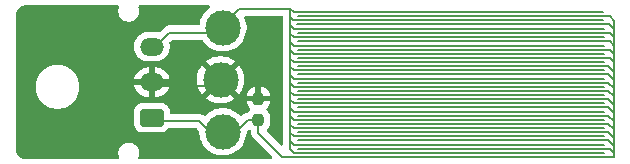
<source format=gbr>
%TF.GenerationSoftware,KiCad,Pcbnew,9.0.0*%
%TF.CreationDate,2025-03-23T00:29:21-05:00*%
%TF.ProjectId,LeakDetectionSensorV1,4c65616b-4465-4746-9563-74696f6e5365,rev?*%
%TF.SameCoordinates,Original*%
%TF.FileFunction,Copper,L1,Top*%
%TF.FilePolarity,Positive*%
%FSLAX46Y46*%
G04 Gerber Fmt 4.6, Leading zero omitted, Abs format (unit mm)*
G04 Created by KiCad (PCBNEW 9.0.0) date 2025-03-23 00:29:21*
%MOMM*%
%LPD*%
G01*
G04 APERTURE LIST*
G04 Aperture macros list*
%AMRoundRect*
0 Rectangle with rounded corners*
0 $1 Rounding radius*
0 $2 $3 $4 $5 $6 $7 $8 $9 X,Y pos of 4 corners*
0 Add a 4 corners polygon primitive as box body*
4,1,4,$2,$3,$4,$5,$6,$7,$8,$9,$2,$3,0*
0 Add four circle primitives for the rounded corners*
1,1,$1+$1,$2,$3*
1,1,$1+$1,$4,$5*
1,1,$1+$1,$6,$7*
1,1,$1+$1,$8,$9*
0 Add four rect primitives between the rounded corners*
20,1,$1+$1,$2,$3,$4,$5,0*
20,1,$1+$1,$4,$5,$6,$7,0*
20,1,$1+$1,$6,$7,$8,$9,0*
20,1,$1+$1,$8,$9,$2,$3,0*%
G04 Aperture macros list end*
%TA.AperFunction,ComponentPad*%
%ADD10C,3.000000*%
%TD*%
%TA.AperFunction,ComponentPad*%
%ADD11RoundRect,0.250001X0.759999X-0.499999X0.759999X0.499999X-0.759999X0.499999X-0.759999X-0.499999X0*%
%TD*%
%TA.AperFunction,ComponentPad*%
%ADD12O,2.020000X1.500000*%
%TD*%
%TA.AperFunction,SMDPad,CuDef*%
%ADD13RoundRect,0.237500X-0.237500X0.250000X-0.237500X-0.250000X0.237500X-0.250000X0.237500X0.250000X0*%
%TD*%
%TA.AperFunction,Conductor*%
%ADD14C,0.200000*%
%TD*%
G04 APERTURE END LIST*
D10*
%TO.P,3V3,1,1*%
%TO.N,+3V3*%
X138800000Y-95000000D03*
%TD*%
%TO.P,GND,1,1*%
%TO.N,GND*%
X139000000Y-90600000D03*
%TD*%
%TO.P,SENS,1,1*%
%TO.N,Net-(J1-Pin_1)*%
X139000000Y-99400000D03*
%TD*%
D11*
%TO.P,J1,1,Pin_1*%
%TO.N,Net-(J1-Pin_1)*%
X132985000Y-98200000D03*
D12*
%TO.P,J1,2,Pin_2*%
%TO.N,+3V3*%
X132985000Y-95200000D03*
%TO.P,J1,3,Pin_3*%
%TO.N,GND*%
X132985000Y-92200000D03*
%TD*%
D13*
%TO.P,R1,1*%
%TO.N,+3V3*%
X142000000Y-96587500D03*
%TO.P,R1,2*%
%TO.N,Net-(J1-Pin_1)*%
X142000000Y-98412500D03*
%TD*%
D14*
%TO.N,GND*%
X171205000Y-89960000D02*
X144960000Y-89960000D01*
X145000000Y-96300000D02*
X144700000Y-96000000D01*
X144700000Y-99500000D02*
X144700000Y-98800000D01*
X145000000Y-93500000D02*
X144700000Y-93200000D01*
X145000000Y-89300000D02*
X144700000Y-89000000D01*
X145000000Y-95600000D02*
X144700000Y-95300000D01*
X144700000Y-91100000D02*
X144700000Y-90400000D01*
X144700000Y-89700000D02*
X144700000Y-89300000D01*
X144700000Y-96000000D02*
X144700000Y-95300000D01*
X171245000Y-96300000D02*
X145000000Y-96300000D01*
X144700000Y-95300000D02*
X144700000Y-94600000D01*
X134460000Y-91000000D02*
X132960000Y-92500000D01*
X144700000Y-97400000D02*
X144700000Y-96700000D01*
X144700000Y-100200000D02*
X144700000Y-99500000D01*
X145000000Y-97700000D02*
X144700000Y-97400000D01*
X145000000Y-94900000D02*
X144700000Y-94600000D01*
X144700000Y-98100000D02*
X144700000Y-97400000D01*
X144700000Y-91800000D02*
X144700000Y-91100000D01*
X144700000Y-94600000D02*
X144700000Y-93900000D01*
X171245000Y-92800000D02*
X145000000Y-92800000D01*
X138400000Y-91000000D02*
X134460000Y-91000000D01*
X171245000Y-97700000D02*
X145000000Y-97700000D01*
X171245000Y-101200000D02*
X145000000Y-101200000D01*
X171245000Y-100500000D02*
X145000000Y-100500000D01*
X145000000Y-94200000D02*
X144700000Y-93900000D01*
X139000000Y-90400000D02*
X138400000Y-91000000D01*
X144700000Y-96700000D02*
X144700000Y-96000000D01*
X145000000Y-91400000D02*
X144700000Y-91100000D01*
X140400000Y-89000000D02*
X139000000Y-90400000D01*
X171245000Y-90700000D02*
X145000000Y-90700000D01*
X171245000Y-94200000D02*
X145000000Y-94200000D01*
X145000000Y-101200000D02*
X144700000Y-100900000D01*
X171245000Y-91400000D02*
X145000000Y-91400000D01*
X171200000Y-89300000D02*
X145000000Y-89300000D01*
X144700000Y-98800000D02*
X144700000Y-98100000D01*
X144700000Y-89300000D02*
X144700000Y-89000000D01*
X171245000Y-95600000D02*
X145000000Y-95600000D01*
X139000000Y-90400000D02*
X139000000Y-90600000D01*
X145000000Y-90700000D02*
X144700000Y-90400000D01*
X144700000Y-90400000D02*
X144700000Y-89700000D01*
X145000000Y-98400000D02*
X144700000Y-98100000D01*
X145000000Y-92100000D02*
X144700000Y-91800000D01*
X171245000Y-99800000D02*
X145000000Y-99800000D01*
X144700000Y-92500000D02*
X144700000Y-91800000D01*
X145000000Y-97000000D02*
X144700000Y-96700000D01*
X171245000Y-93500000D02*
X145000000Y-93500000D01*
X145000000Y-92800000D02*
X144700000Y-92500000D01*
X171245000Y-98400000D02*
X145000000Y-98400000D01*
X171245000Y-92100000D02*
X145000000Y-92100000D01*
X144700000Y-100900000D02*
X144700000Y-100200000D01*
X145000000Y-99100000D02*
X144700000Y-98800000D01*
X171245000Y-97000000D02*
X145000000Y-97000000D01*
X171245000Y-99100000D02*
X145000000Y-99100000D01*
X144700000Y-89000000D02*
X140400000Y-89000000D01*
X171245000Y-94900000D02*
X145000000Y-94900000D01*
X144700000Y-93900000D02*
X144700000Y-93200000D01*
X145000000Y-100500000D02*
X144700000Y-100200000D01*
X145000000Y-99800000D02*
X144700000Y-99500000D01*
X144700000Y-93200000D02*
X144700000Y-92500000D01*
X144960000Y-89960000D02*
X144700000Y-89700000D01*
%TO.N,+3V3*%
X132960000Y-95500000D02*
X138950000Y-95500000D01*
X138950000Y-95500000D02*
X139000000Y-95450000D01*
X140137500Y-96587500D02*
X139000000Y-95450000D01*
X142000000Y-96587500D02*
X140137500Y-96587500D01*
%TO.N,Net-(J1-Pin_1)*%
X145340000Y-95240000D02*
X171640000Y-95240000D01*
X145340000Y-93140000D02*
X171740000Y-93140000D01*
X142000000Y-98412500D02*
X142000000Y-99500000D01*
X172100000Y-92100000D02*
X172100000Y-91400000D01*
X145340000Y-92440000D02*
X171740000Y-92440000D01*
X137000000Y-98500000D02*
X132960000Y-98500000D01*
X171740000Y-91040000D02*
X172100000Y-91400000D01*
X172100000Y-95700000D02*
X172100000Y-95000000D01*
X172100000Y-97100000D02*
X172100000Y-96400000D01*
X171740000Y-92440000D02*
X172100000Y-92800000D01*
X172100000Y-101200000D02*
X172100000Y-100600000D01*
X172100000Y-91400000D02*
X172100000Y-90700000D01*
X171640000Y-97340000D02*
X172100000Y-97800000D01*
X145300000Y-90300000D02*
X171700000Y-90300000D01*
X145340000Y-98740000D02*
X171640000Y-98740000D01*
X172100000Y-95000000D02*
X172100000Y-94300000D01*
X145340000Y-91040000D02*
X171740000Y-91040000D01*
X171740000Y-91740000D02*
X172100000Y-92100000D01*
X144001000Y-101501000D02*
X172099000Y-101501000D01*
X172100000Y-92800000D02*
X172100000Y-92100000D01*
X145340000Y-94540000D02*
X171640000Y-94540000D01*
X145340000Y-96640000D02*
X171640000Y-96640000D01*
X172100000Y-94300000D02*
X172100000Y-93500000D01*
X172100000Y-101500000D02*
X172100000Y-101200000D01*
X172100000Y-93500000D02*
X172100000Y-92800000D01*
X145340000Y-100840000D02*
X171740000Y-100840000D01*
X172100000Y-98500000D02*
X172100000Y-97800000D01*
X172100000Y-97800000D02*
X172100000Y-97100000D01*
X171640000Y-100140000D02*
X172100000Y-100600000D01*
X171640000Y-95240000D02*
X172100000Y-95700000D01*
X145340000Y-98040000D02*
X171640000Y-98040000D01*
X139000000Y-100500000D02*
X141087500Y-98412500D01*
X142000000Y-99500000D02*
X144001000Y-101501000D01*
X171758225Y-89640000D02*
X145340000Y-89640000D01*
X145340000Y-93840000D02*
X171640000Y-93840000D01*
X172100000Y-100600000D02*
X172100000Y-99900000D01*
X171740000Y-100840000D02*
X172100000Y-101200000D01*
X172100000Y-89981775D02*
X171758225Y-89640000D01*
X172100000Y-99900000D02*
X172100000Y-99200000D01*
X145340000Y-97340000D02*
X171640000Y-97340000D01*
X171640000Y-98740000D02*
X172100000Y-99200000D01*
X171640000Y-95940000D02*
X172100000Y-96400000D01*
X171640000Y-94540000D02*
X172100000Y-95000000D01*
X141087500Y-98412500D02*
X142000000Y-98412500D01*
X145340000Y-100140000D02*
X171640000Y-100140000D01*
X171740000Y-93140000D02*
X172100000Y-93500000D01*
X172100000Y-90700000D02*
X172100000Y-89981775D01*
X172100000Y-99200000D02*
X172100000Y-98500000D01*
X171640000Y-93840000D02*
X172100000Y-94300000D01*
X145340000Y-95940000D02*
X171640000Y-95940000D01*
X145340000Y-99440000D02*
X171640000Y-99440000D01*
X172100000Y-96400000D02*
X172100000Y-95700000D01*
X139000000Y-100500000D02*
X137000000Y-98500000D01*
X171640000Y-98040000D02*
X172100000Y-98500000D01*
X145340000Y-91740000D02*
X171740000Y-91740000D01*
X171700000Y-90300000D02*
X172100000Y-90700000D01*
X171640000Y-96640000D02*
X172100000Y-97100000D01*
X171640000Y-99440000D02*
X172100000Y-99900000D01*
X172099000Y-101501000D02*
X172100000Y-101500000D01*
%TD*%
%TA.AperFunction,Conductor*%
%TO.N,+3V3*%
G36*
X130154901Y-88720185D02*
G01*
X130200656Y-88772989D01*
X130210600Y-88842147D01*
X130202423Y-88871953D01*
X130173529Y-88941708D01*
X130173527Y-88941716D01*
X130139500Y-89112781D01*
X130139500Y-89287218D01*
X130173527Y-89458283D01*
X130173529Y-89458291D01*
X130240278Y-89619439D01*
X130240283Y-89619448D01*
X130337186Y-89764473D01*
X130337189Y-89764477D01*
X130460522Y-89887810D01*
X130460526Y-89887813D01*
X130605551Y-89984716D01*
X130605557Y-89984719D01*
X130605558Y-89984720D01*
X130766709Y-90051471D01*
X130937781Y-90085499D01*
X130937785Y-90085500D01*
X130937786Y-90085500D01*
X131112215Y-90085500D01*
X131112216Y-90085499D01*
X131283291Y-90051471D01*
X131444442Y-89984720D01*
X131589474Y-89887813D01*
X131712813Y-89764474D01*
X131809720Y-89619442D01*
X131876471Y-89458291D01*
X131910500Y-89287214D01*
X131910500Y-89112786D01*
X131876471Y-88941709D01*
X131847576Y-88871952D01*
X131840108Y-88802483D01*
X131871383Y-88740004D01*
X131931472Y-88704352D01*
X131962138Y-88700500D01*
X137826256Y-88700500D01*
X137893295Y-88720185D01*
X137939050Y-88772989D01*
X137948994Y-88842147D01*
X137919969Y-88905703D01*
X137889565Y-88930805D01*
X137889574Y-88930819D01*
X137889441Y-88930907D01*
X137888254Y-88931888D01*
X137886197Y-88933075D01*
X137678148Y-89092718D01*
X137492718Y-89278148D01*
X137333075Y-89486196D01*
X137201958Y-89713299D01*
X137201953Y-89713309D01*
X137101605Y-89955571D01*
X137101602Y-89955581D01*
X137033729Y-90208885D01*
X137022829Y-90291685D01*
X136994562Y-90355582D01*
X136936238Y-90394053D01*
X136899890Y-90399500D01*
X134380940Y-90399500D01*
X134340019Y-90410464D01*
X134340019Y-90410465D01*
X134302751Y-90420451D01*
X134228214Y-90440423D01*
X134228209Y-90440426D01*
X134091290Y-90519475D01*
X134091282Y-90519481D01*
X133979478Y-90631286D01*
X133661483Y-90949280D01*
X133600160Y-90982765D01*
X133542939Y-90979899D01*
X133542572Y-90981430D01*
X133537826Y-90980291D01*
X133343422Y-90949500D01*
X133343417Y-90949500D01*
X132626583Y-90949500D01*
X132626578Y-90949500D01*
X132432173Y-90980290D01*
X132244970Y-91041117D01*
X132069594Y-91130476D01*
X132002729Y-91179057D01*
X131910354Y-91246172D01*
X131910352Y-91246174D01*
X131910351Y-91246174D01*
X131771174Y-91385351D01*
X131771174Y-91385352D01*
X131771172Y-91385354D01*
X131721485Y-91453741D01*
X131655476Y-91544594D01*
X131566117Y-91719970D01*
X131505290Y-91907173D01*
X131474500Y-92101577D01*
X131474500Y-92298422D01*
X131505290Y-92492826D01*
X131566117Y-92680029D01*
X131655476Y-92855405D01*
X131771172Y-93014646D01*
X131910354Y-93153828D01*
X132069595Y-93269524D01*
X132107935Y-93289059D01*
X132244970Y-93358882D01*
X132244972Y-93358882D01*
X132244975Y-93358884D01*
X132345317Y-93391487D01*
X132432173Y-93419709D01*
X132626578Y-93450500D01*
X132626583Y-93450500D01*
X133343422Y-93450500D01*
X133537826Y-93419709D01*
X133725025Y-93358884D01*
X133900405Y-93269524D01*
X134059646Y-93153828D01*
X134198828Y-93014646D01*
X134314524Y-92855405D01*
X134403884Y-92680025D01*
X134464709Y-92492826D01*
X134479721Y-92398043D01*
X134495500Y-92298422D01*
X134495500Y-92101578D01*
X134481716Y-92014557D01*
X134466026Y-91915491D01*
X134466727Y-91910068D01*
X134464815Y-91904941D01*
X134471156Y-91875788D01*
X134474980Y-91846201D01*
X134478812Y-91840596D01*
X134479667Y-91836668D01*
X134500811Y-91808422D01*
X134672417Y-91636816D01*
X134733740Y-91603334D01*
X134760097Y-91600500D01*
X137196069Y-91600500D01*
X137263108Y-91620185D01*
X137303456Y-91662500D01*
X137333075Y-91713803D01*
X137492718Y-91921851D01*
X137492726Y-91921860D01*
X137678140Y-92107274D01*
X137678148Y-92107281D01*
X137886196Y-92266924D01*
X138113299Y-92398041D01*
X138113309Y-92398046D01*
X138342129Y-92492826D01*
X138355581Y-92498398D01*
X138608884Y-92566270D01*
X138868880Y-92600500D01*
X138868887Y-92600500D01*
X139131113Y-92600500D01*
X139131120Y-92600500D01*
X139391116Y-92566270D01*
X139644419Y-92498398D01*
X139886697Y-92398043D01*
X140113803Y-92266924D01*
X140321851Y-92107282D01*
X140321855Y-92107277D01*
X140321860Y-92107274D01*
X140507274Y-91921860D01*
X140507277Y-91921855D01*
X140507282Y-91921851D01*
X140666924Y-91713803D01*
X140798043Y-91486697D01*
X140898398Y-91244419D01*
X140966270Y-90991116D01*
X141000500Y-90731120D01*
X141000500Y-90468880D01*
X140966270Y-90208884D01*
X140898398Y-89955581D01*
X140876502Y-89902720D01*
X140822337Y-89771953D01*
X140814868Y-89702483D01*
X140846143Y-89640004D01*
X140906232Y-89604352D01*
X140936898Y-89600500D01*
X143975499Y-89600500D01*
X143984184Y-89603050D01*
X143993144Y-89601762D01*
X144017183Y-89612739D01*
X144042538Y-89620185D01*
X144048465Y-89627025D01*
X144056700Y-89630786D01*
X144070989Y-89653020D01*
X144088293Y-89672989D01*
X144090579Y-89683500D01*
X144094476Y-89689563D01*
X144099498Y-89724494D01*
X144099499Y-89724498D01*
X144099499Y-89779057D01*
X144099499Y-89779059D01*
X144099500Y-89789053D01*
X144099500Y-90313330D01*
X144099499Y-90313348D01*
X144099499Y-90489046D01*
X144099500Y-90489059D01*
X144099500Y-91020939D01*
X144099499Y-91020943D01*
X144099499Y-91179057D01*
X144099500Y-91179060D01*
X144099500Y-91713330D01*
X144099499Y-91713348D01*
X144099499Y-91889046D01*
X144099500Y-91889059D01*
X144099500Y-92420939D01*
X144099499Y-92420943D01*
X144099499Y-92579057D01*
X144099500Y-92579060D01*
X144099500Y-93113330D01*
X144099499Y-93113348D01*
X144099499Y-93289046D01*
X144099500Y-93289059D01*
X144099500Y-93820939D01*
X144099499Y-93820943D01*
X144099499Y-93979057D01*
X144099500Y-93979060D01*
X144099500Y-94513330D01*
X144099499Y-94513348D01*
X144099499Y-94689046D01*
X144099500Y-94689059D01*
X144099500Y-95220939D01*
X144099499Y-95220943D01*
X144099499Y-95379057D01*
X144099500Y-95379060D01*
X144099500Y-95913330D01*
X144099499Y-95913348D01*
X144099499Y-96089046D01*
X144099500Y-96089059D01*
X144099500Y-96620939D01*
X144099499Y-96620943D01*
X144099499Y-96779057D01*
X144099500Y-96779060D01*
X144099500Y-97313330D01*
X144099499Y-97313348D01*
X144099499Y-97489046D01*
X144099500Y-97489059D01*
X144099500Y-98020939D01*
X144099499Y-98020943D01*
X144099499Y-98179057D01*
X144099500Y-98179060D01*
X144099500Y-98713330D01*
X144099499Y-98713348D01*
X144099499Y-98889046D01*
X144099500Y-98889059D01*
X144099500Y-99420939D01*
X144099499Y-99420943D01*
X144099499Y-99579057D01*
X144099500Y-99579060D01*
X144099500Y-100113330D01*
X144099499Y-100113348D01*
X144099499Y-100289046D01*
X144099500Y-100289059D01*
X144099500Y-100450903D01*
X144079815Y-100517942D01*
X144027011Y-100563697D01*
X143957853Y-100573641D01*
X143894297Y-100544616D01*
X143887819Y-100538584D01*
X142734143Y-99384908D01*
X142700658Y-99323585D01*
X142705642Y-99253893D01*
X142734139Y-99209550D01*
X142820340Y-99123350D01*
X142910908Y-98976516D01*
X142965174Y-98812753D01*
X142975500Y-98711677D01*
X142975499Y-98113324D01*
X142969197Y-98051635D01*
X142965174Y-98012247D01*
X142910908Y-97848484D01*
X142820340Y-97701650D01*
X142706017Y-97587327D01*
X142672532Y-97526004D01*
X142677516Y-97456312D01*
X142706017Y-97411964D01*
X142819948Y-97298033D01*
X142910448Y-97151311D01*
X142910453Y-97151300D01*
X142964680Y-96987652D01*
X142974999Y-96886654D01*
X142975000Y-96886641D01*
X142975000Y-96837500D01*
X141025001Y-96837500D01*
X141025001Y-96886654D01*
X141035319Y-96987652D01*
X141089546Y-97151300D01*
X141089551Y-97151311D01*
X141180052Y-97298034D01*
X141180055Y-97298038D01*
X141293982Y-97411965D01*
X141296235Y-97416091D01*
X141300187Y-97418643D01*
X141312824Y-97446472D01*
X141327467Y-97473288D01*
X141327131Y-97477978D01*
X141329076Y-97482260D01*
X141324663Y-97512493D01*
X141322483Y-97542980D01*
X141319475Y-97548036D01*
X141318985Y-97551397D01*
X141308601Y-97566318D01*
X141299841Y-97581048D01*
X141297017Y-97584292D01*
X141179660Y-97701650D01*
X141142596Y-97761739D01*
X141135929Y-97769401D01*
X141114707Y-97782975D01*
X141095979Y-97799821D01*
X141084181Y-97802502D01*
X141077071Y-97807050D01*
X141064286Y-97807022D01*
X141042389Y-97811999D01*
X141008443Y-97811999D01*
X140901087Y-97840765D01*
X140855710Y-97852924D01*
X140855709Y-97852925D01*
X140810451Y-97879056D01*
X140810450Y-97879057D01*
X140764617Y-97905518D01*
X140718785Y-97931979D01*
X140718782Y-97931981D01*
X140627630Y-98023134D01*
X140566307Y-98056619D01*
X140496615Y-98051635D01*
X140452268Y-98023134D01*
X140321860Y-97892726D01*
X140321851Y-97892718D01*
X140113803Y-97733075D01*
X139886700Y-97601958D01*
X139886690Y-97601953D01*
X139644428Y-97501605D01*
X139644421Y-97501603D01*
X139644419Y-97501602D01*
X139391116Y-97433730D01*
X139321009Y-97424500D01*
X139131127Y-97399500D01*
X139131120Y-97399500D01*
X138868880Y-97399500D01*
X138868872Y-97399500D01*
X138637772Y-97429926D01*
X138608884Y-97433730D01*
X138402269Y-97489092D01*
X138355581Y-97501602D01*
X138355571Y-97501605D01*
X138113309Y-97601953D01*
X138113299Y-97601958D01*
X137886196Y-97733075D01*
X137678148Y-97892718D01*
X137547732Y-98023134D01*
X137486409Y-98056619D01*
X137416717Y-98051635D01*
X137394285Y-98040576D01*
X137382337Y-98033101D01*
X137368716Y-98019480D01*
X137264960Y-97959577D01*
X137231785Y-97940423D01*
X137231784Y-97940422D01*
X137231783Y-97940422D01*
X137175881Y-97925443D01*
X137079057Y-97899499D01*
X136920943Y-97899499D01*
X136913347Y-97899499D01*
X136913331Y-97899500D01*
X134619500Y-97899500D01*
X134552461Y-97879815D01*
X134506706Y-97827011D01*
X134495500Y-97775500D01*
X134495500Y-97649997D01*
X134495499Y-97649984D01*
X134484999Y-97547204D01*
X134484999Y-97547203D01*
X134429814Y-97380666D01*
X134388291Y-97313348D01*
X134337713Y-97231348D01*
X134337710Y-97231344D01*
X134213655Y-97107289D01*
X134213651Y-97107286D01*
X134064337Y-97015187D01*
X134064335Y-97015186D01*
X133981065Y-96987593D01*
X133897797Y-96960001D01*
X133897795Y-96960000D01*
X133795015Y-96949500D01*
X133795008Y-96949500D01*
X132174992Y-96949500D01*
X132174984Y-96949500D01*
X132072204Y-96960000D01*
X132072203Y-96960001D01*
X131905664Y-97015186D01*
X131905662Y-97015187D01*
X131756348Y-97107286D01*
X131756344Y-97107289D01*
X131632289Y-97231344D01*
X131632286Y-97231348D01*
X131540187Y-97380662D01*
X131540186Y-97380664D01*
X131485001Y-97547203D01*
X131485000Y-97547204D01*
X131474500Y-97649984D01*
X131474500Y-98750015D01*
X131485000Y-98852795D01*
X131485001Y-98852796D01*
X131540186Y-99019335D01*
X131540187Y-99019337D01*
X131632286Y-99168651D01*
X131632289Y-99168655D01*
X131756344Y-99292710D01*
X131756348Y-99292713D01*
X131905662Y-99384812D01*
X131905664Y-99384813D01*
X131905666Y-99384814D01*
X132072203Y-99439999D01*
X132174992Y-99450500D01*
X132174997Y-99450500D01*
X133795003Y-99450500D01*
X133795008Y-99450500D01*
X133897797Y-99439999D01*
X134064334Y-99384814D01*
X134213655Y-99292711D01*
X134337711Y-99168655D01*
X134343417Y-99159403D01*
X134395364Y-99112679D01*
X134448956Y-99100500D01*
X136699903Y-99100500D01*
X136729343Y-99109144D01*
X136759330Y-99115668D01*
X136764345Y-99119422D01*
X136766942Y-99120185D01*
X136787584Y-99136819D01*
X136963181Y-99312416D01*
X136996666Y-99373739D01*
X136999500Y-99400097D01*
X136999500Y-99531127D01*
X137025919Y-99731784D01*
X137033730Y-99791116D01*
X137086375Y-99987590D01*
X137101602Y-100044418D01*
X137101605Y-100044428D01*
X137201953Y-100286690D01*
X137201958Y-100286700D01*
X137333075Y-100513803D01*
X137492718Y-100721851D01*
X137492726Y-100721860D01*
X137678140Y-100907274D01*
X137678148Y-100907281D01*
X137886196Y-101066924D01*
X138113299Y-101198041D01*
X138113309Y-101198046D01*
X138328590Y-101287218D01*
X138355581Y-101298398D01*
X138608884Y-101366270D01*
X138868880Y-101400500D01*
X138868887Y-101400500D01*
X139131113Y-101400500D01*
X139131120Y-101400500D01*
X139391116Y-101366270D01*
X139644419Y-101298398D01*
X139886697Y-101198043D01*
X140113803Y-101066924D01*
X140321851Y-100907282D01*
X140321855Y-100907277D01*
X140321860Y-100907274D01*
X140507274Y-100721860D01*
X140507277Y-100721855D01*
X140507282Y-100721851D01*
X140666924Y-100513803D01*
X140798043Y-100286697D01*
X140898398Y-100044419D01*
X140966270Y-99791116D01*
X141000500Y-99531120D01*
X141000500Y-99400096D01*
X141009144Y-99370655D01*
X141015668Y-99340669D01*
X141019422Y-99335653D01*
X141020185Y-99333057D01*
X141036815Y-99312419D01*
X141115091Y-99234142D01*
X141176414Y-99200658D01*
X141246106Y-99205642D01*
X141290453Y-99234143D01*
X141301650Y-99245340D01*
X141340597Y-99269362D01*
X141347419Y-99276947D01*
X141356703Y-99281187D01*
X141370390Y-99302485D01*
X141387320Y-99321307D01*
X141389964Y-99332943D01*
X141394477Y-99339965D01*
X141399500Y-99374900D01*
X141399500Y-99413330D01*
X141399499Y-99413348D01*
X141399499Y-99579054D01*
X141399498Y-99579054D01*
X141399499Y-99579057D01*
X141440423Y-99731785D01*
X141440424Y-99731786D01*
X141456468Y-99759577D01*
X141456469Y-99759578D01*
X141519475Y-99868709D01*
X141519481Y-99868717D01*
X141638349Y-99987585D01*
X141638355Y-99987590D01*
X143138584Y-101487819D01*
X143172069Y-101549142D01*
X143167085Y-101618834D01*
X143125213Y-101674767D01*
X143059749Y-101699184D01*
X143050903Y-101699500D01*
X131962138Y-101699500D01*
X131895099Y-101679815D01*
X131849344Y-101627011D01*
X131839400Y-101557853D01*
X131847577Y-101528047D01*
X131858213Y-101502369D01*
X131876471Y-101458291D01*
X131910500Y-101287214D01*
X131910500Y-101112786D01*
X131876471Y-100941709D01*
X131809720Y-100780558D01*
X131809719Y-100780557D01*
X131809716Y-100780551D01*
X131712813Y-100635526D01*
X131712810Y-100635522D01*
X131589477Y-100512189D01*
X131589473Y-100512186D01*
X131444448Y-100415283D01*
X131444439Y-100415278D01*
X131283291Y-100348529D01*
X131283283Y-100348527D01*
X131112218Y-100314500D01*
X131112214Y-100314500D01*
X130937786Y-100314500D01*
X130937781Y-100314500D01*
X130766716Y-100348527D01*
X130766708Y-100348529D01*
X130605560Y-100415278D01*
X130605551Y-100415283D01*
X130460526Y-100512186D01*
X130460522Y-100512189D01*
X130337189Y-100635522D01*
X130337186Y-100635526D01*
X130240283Y-100780551D01*
X130240278Y-100780560D01*
X130173529Y-100941708D01*
X130173527Y-100941716D01*
X130139500Y-101112781D01*
X130139500Y-101287218D01*
X130173527Y-101458283D01*
X130173529Y-101458291D01*
X130202423Y-101528047D01*
X130209892Y-101597517D01*
X130178617Y-101659996D01*
X130118528Y-101695648D01*
X130087862Y-101699500D01*
X122206093Y-101699500D01*
X122193939Y-101698903D01*
X122143081Y-101693893D01*
X122075688Y-101687256D01*
X122051848Y-101682514D01*
X121943997Y-101649798D01*
X121921541Y-101640496D01*
X121822150Y-101587370D01*
X121801940Y-101573866D01*
X121714820Y-101502369D01*
X121697630Y-101485179D01*
X121626133Y-101398059D01*
X121612629Y-101377849D01*
X121606440Y-101366270D01*
X121559501Y-101278453D01*
X121550201Y-101256002D01*
X121517483Y-101148145D01*
X121512744Y-101124317D01*
X121501097Y-101006061D01*
X121500500Y-100993907D01*
X121500500Y-95478711D01*
X123149500Y-95478711D01*
X123149500Y-95721288D01*
X123181161Y-95961785D01*
X123243947Y-96196104D01*
X123336773Y-96420205D01*
X123336776Y-96420212D01*
X123458064Y-96630289D01*
X123458066Y-96630292D01*
X123458067Y-96630293D01*
X123605733Y-96822736D01*
X123605739Y-96822743D01*
X123777256Y-96994260D01*
X123777263Y-96994266D01*
X123850549Y-97050500D01*
X123969711Y-97141936D01*
X124179788Y-97263224D01*
X124403900Y-97356054D01*
X124638211Y-97418838D01*
X124818586Y-97442584D01*
X124878711Y-97450500D01*
X124878712Y-97450500D01*
X125121289Y-97450500D01*
X125169388Y-97444167D01*
X125361789Y-97418838D01*
X125596100Y-97356054D01*
X125820212Y-97263224D01*
X126030289Y-97141936D01*
X126222738Y-96994265D01*
X126394265Y-96822738D01*
X126541936Y-96630289D01*
X126663224Y-96420212D01*
X126756054Y-96196100D01*
X126818838Y-95961789D01*
X126850500Y-95721288D01*
X126850500Y-95478712D01*
X126818838Y-95238211D01*
X126756054Y-95003900D01*
X126733728Y-94950000D01*
X131499016Y-94950000D01*
X132540440Y-94950000D01*
X132509755Y-95003147D01*
X132475000Y-95132857D01*
X132475000Y-95267143D01*
X132509755Y-95396853D01*
X132540440Y-95450000D01*
X131499016Y-95450000D01*
X131505781Y-95492716D01*
X131566581Y-95679837D01*
X131655904Y-95855143D01*
X131771555Y-96014321D01*
X131910678Y-96153444D01*
X132069856Y-96269095D01*
X132245164Y-96358418D01*
X132432294Y-96419221D01*
X132626618Y-96450000D01*
X132735000Y-96450000D01*
X132735000Y-95644560D01*
X132788147Y-95675245D01*
X132917857Y-95710000D01*
X133052143Y-95710000D01*
X133181853Y-95675245D01*
X133235000Y-95644560D01*
X133235000Y-96450000D01*
X133343382Y-96450000D01*
X133537705Y-96419221D01*
X133537706Y-96419221D01*
X133553670Y-96414034D01*
X133553671Y-96414034D01*
X133724837Y-96358417D01*
X133900143Y-96269095D01*
X134059321Y-96153444D01*
X134198444Y-96014321D01*
X134314095Y-95855143D01*
X134403418Y-95679837D01*
X134464218Y-95492716D01*
X134470984Y-95450000D01*
X133429560Y-95450000D01*
X133460245Y-95396853D01*
X133495000Y-95267143D01*
X133495000Y-95132857D01*
X133460245Y-95003147D01*
X133429560Y-94950000D01*
X134470984Y-94950000D01*
X134464219Y-94907284D01*
X134462884Y-94903176D01*
X134462883Y-94903175D01*
X134462883Y-94903173D01*
X134451748Y-94868905D01*
X136800000Y-94868905D01*
X136800000Y-95131094D01*
X136834220Y-95391009D01*
X136834222Y-95391020D01*
X136902075Y-95644255D01*
X137002404Y-95886471D01*
X137002409Y-95886482D01*
X137133488Y-96113516D01*
X137133494Y-96113524D01*
X137220080Y-96226365D01*
X138122421Y-95324024D01*
X138135359Y-95355258D01*
X138217437Y-95478097D01*
X138321903Y-95582563D01*
X138444742Y-95664641D01*
X138475974Y-95677577D01*
X137573633Y-96579917D01*
X137573633Y-96579918D01*
X137686475Y-96666505D01*
X137686483Y-96666511D01*
X137913517Y-96797590D01*
X137913528Y-96797595D01*
X138155744Y-96897924D01*
X138408979Y-96965777D01*
X138408990Y-96965779D01*
X138668905Y-96999999D01*
X138668920Y-97000000D01*
X138931080Y-97000000D01*
X138931094Y-96999999D01*
X139191009Y-96965779D01*
X139191020Y-96965777D01*
X139444255Y-96897924D01*
X139686471Y-96797595D01*
X139686482Y-96797590D01*
X139913516Y-96666511D01*
X139913534Y-96666499D01*
X140026365Y-96579919D01*
X140026365Y-96579917D01*
X139734793Y-96288345D01*
X141025000Y-96288345D01*
X141025000Y-96337500D01*
X141750000Y-96337500D01*
X142250000Y-96337500D01*
X142974999Y-96337500D01*
X142974999Y-96288360D01*
X142974998Y-96288345D01*
X142964680Y-96187347D01*
X142910453Y-96023699D01*
X142910448Y-96023688D01*
X142819947Y-95876965D01*
X142819944Y-95876961D01*
X142698038Y-95755055D01*
X142698034Y-95755052D01*
X142551311Y-95664551D01*
X142551300Y-95664546D01*
X142387652Y-95610319D01*
X142286654Y-95600000D01*
X142250000Y-95600000D01*
X142250000Y-96337500D01*
X141750000Y-96337500D01*
X141750000Y-95600000D01*
X141713361Y-95600000D01*
X141713343Y-95600001D01*
X141612347Y-95610319D01*
X141448699Y-95664546D01*
X141448688Y-95664551D01*
X141301965Y-95755052D01*
X141301961Y-95755055D01*
X141180055Y-95876961D01*
X141180052Y-95876965D01*
X141089551Y-96023688D01*
X141089546Y-96023699D01*
X141035319Y-96187347D01*
X141025000Y-96288345D01*
X139734793Y-96288345D01*
X139124025Y-95677578D01*
X139155258Y-95664641D01*
X139278097Y-95582563D01*
X139382563Y-95478097D01*
X139464641Y-95355258D01*
X139477577Y-95324025D01*
X140379917Y-96226365D01*
X140379919Y-96226365D01*
X140392701Y-96209709D01*
X140466499Y-96113534D01*
X140466511Y-96113516D01*
X140597590Y-95886482D01*
X140597595Y-95886471D01*
X140697924Y-95644255D01*
X140765777Y-95391020D01*
X140765779Y-95391009D01*
X140799999Y-95131094D01*
X140800000Y-95131080D01*
X140800000Y-94868919D01*
X140799999Y-94868905D01*
X140765779Y-94608990D01*
X140765777Y-94608979D01*
X140697924Y-94355744D01*
X140597595Y-94113528D01*
X140597590Y-94113517D01*
X140466511Y-93886483D01*
X140466505Y-93886475D01*
X140379918Y-93773633D01*
X140379917Y-93773633D01*
X139477577Y-94675973D01*
X139464641Y-94644742D01*
X139382563Y-94521903D01*
X139278097Y-94417437D01*
X139155258Y-94335359D01*
X139124023Y-94322421D01*
X140026365Y-93420080D01*
X139913524Y-93333494D01*
X139913516Y-93333488D01*
X139686482Y-93202409D01*
X139686471Y-93202404D01*
X139444255Y-93102075D01*
X139191020Y-93034222D01*
X139191009Y-93034220D01*
X138931094Y-93000000D01*
X138668905Y-93000000D01*
X138408990Y-93034220D01*
X138408979Y-93034222D01*
X138155744Y-93102075D01*
X137913528Y-93202404D01*
X137913517Y-93202409D01*
X137686471Y-93333496D01*
X137573633Y-93420079D01*
X137573633Y-93420080D01*
X138475974Y-94322421D01*
X138444742Y-94335359D01*
X138321903Y-94417437D01*
X138217437Y-94521903D01*
X138135359Y-94644742D01*
X138122421Y-94675974D01*
X137220080Y-93773633D01*
X137220079Y-93773633D01*
X137133496Y-93886471D01*
X137002409Y-94113517D01*
X137002404Y-94113528D01*
X136902075Y-94355744D01*
X136834222Y-94608979D01*
X136834220Y-94608990D01*
X136800000Y-94868905D01*
X134451748Y-94868905D01*
X134403418Y-94720162D01*
X134314095Y-94544856D01*
X134198444Y-94385678D01*
X134059321Y-94246555D01*
X133900143Y-94130904D01*
X133724835Y-94041581D01*
X133537705Y-93980778D01*
X133343382Y-93950000D01*
X133235000Y-93950000D01*
X133235000Y-94755439D01*
X133181853Y-94724755D01*
X133052143Y-94690000D01*
X132917857Y-94690000D01*
X132788147Y-94724755D01*
X132735000Y-94755439D01*
X132735000Y-93950000D01*
X132626618Y-93950000D01*
X132432294Y-93980778D01*
X132245164Y-94041581D01*
X132069856Y-94130904D01*
X131910678Y-94246555D01*
X131771555Y-94385678D01*
X131655904Y-94544856D01*
X131566581Y-94720162D01*
X131505781Y-94907283D01*
X131499016Y-94950000D01*
X126733728Y-94950000D01*
X126663224Y-94779788D01*
X126541936Y-94569711D01*
X126394265Y-94377262D01*
X126394260Y-94377256D01*
X126222743Y-94205739D01*
X126222736Y-94205733D01*
X126030293Y-94058067D01*
X126030292Y-94058066D01*
X126030289Y-94058064D01*
X125820212Y-93936776D01*
X125820205Y-93936773D01*
X125596104Y-93843947D01*
X125361785Y-93781161D01*
X125121289Y-93749500D01*
X125121288Y-93749500D01*
X124878712Y-93749500D01*
X124878711Y-93749500D01*
X124638214Y-93781161D01*
X124403895Y-93843947D01*
X124179794Y-93936773D01*
X124179785Y-93936777D01*
X123969706Y-94058067D01*
X123777263Y-94205733D01*
X123777256Y-94205739D01*
X123605739Y-94377256D01*
X123605733Y-94377263D01*
X123458067Y-94569706D01*
X123336777Y-94779785D01*
X123336773Y-94779794D01*
X123243947Y-95003895D01*
X123181161Y-95238214D01*
X123149500Y-95478711D01*
X121500500Y-95478711D01*
X121500500Y-89406092D01*
X121501097Y-89393938D01*
X121501097Y-89393937D01*
X121512744Y-89275678D01*
X121517483Y-89251856D01*
X121550203Y-89143990D01*
X121559499Y-89121549D01*
X121612632Y-89022144D01*
X121626133Y-89001940D01*
X121697635Y-88914814D01*
X121714814Y-88897635D01*
X121801942Y-88826131D01*
X121822144Y-88812632D01*
X121921549Y-88759499D01*
X121943990Y-88750203D01*
X122051856Y-88717483D01*
X122075682Y-88712744D01*
X122175730Y-88702890D01*
X122193940Y-88701097D01*
X122206093Y-88700500D01*
X122265892Y-88700500D01*
X130087862Y-88700500D01*
X130154901Y-88720185D01*
G37*
%TD.AperFunction*%
%TD*%
M02*

</source>
